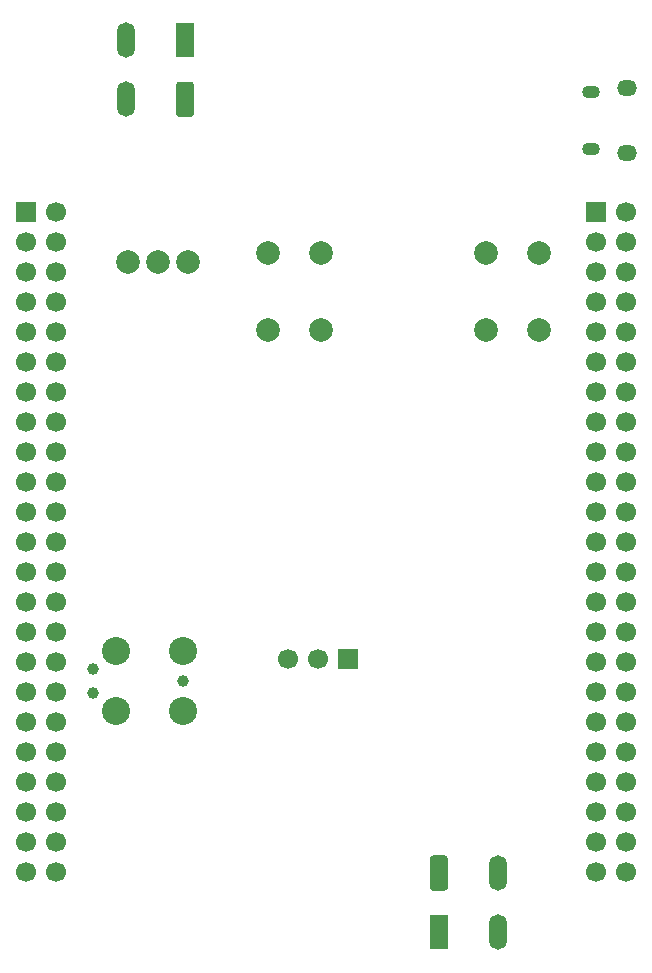
<source format=gbs>
G04 #@! TF.GenerationSoftware,KiCad,Pcbnew,9.0.1+1*
G04 #@! TF.CreationDate,2025-11-20T15:33:24+00:00*
G04 #@! TF.ProjectId,com4bbb,636f6d34-6262-4622-9e6b-696361645f70,rev?*
G04 #@! TF.SameCoordinates,Original*
G04 #@! TF.FileFunction,Soldermask,Bot*
G04 #@! TF.FilePolarity,Negative*
%FSLAX46Y46*%
G04 Gerber Fmt 4.6, Leading zero omitted, Abs format (unit mm)*
G04 Created by KiCad (PCBNEW 9.0.1+1) date 2025-11-20 15:33:24*
%MOMM*%
%LPD*%
G01*
G04 APERTURE LIST*
%ADD10R,1.700000X1.700000*%
%ADD11C,1.700000*%
%ADD12R,1.500000X3.000000*%
%ADD13O,1.500000X3.000000*%
%ADD14C,2.000000*%
%ADD15C,2.374900*%
%ADD16C,0.990600*%
%ADD17O,1.700000X1.350000*%
%ADD18O,1.500000X1.100000*%
G04 APERTURE END LIST*
D10*
X164630100Y-62382400D03*
D11*
X167170100Y-62382400D03*
X164630100Y-64922400D03*
X167170100Y-64922400D03*
X164630100Y-67462400D03*
X167170100Y-67462400D03*
X164630100Y-70002400D03*
X167170100Y-70002400D03*
X164630100Y-72542400D03*
X167170100Y-72542400D03*
X164630100Y-75082400D03*
X167170100Y-75082400D03*
X164630100Y-77622400D03*
X167170100Y-77622400D03*
X164630100Y-80162400D03*
X167170100Y-80162400D03*
X164630100Y-82702400D03*
X167170100Y-82702400D03*
X164630100Y-85242400D03*
X167170100Y-85242400D03*
X164630100Y-87782400D03*
X167170100Y-87782400D03*
X164630100Y-90322400D03*
X167170100Y-90322400D03*
X164630100Y-92862400D03*
X167170100Y-92862400D03*
X164630100Y-95402400D03*
X167170100Y-95402400D03*
X164630100Y-97942400D03*
X167170100Y-97942400D03*
X164630100Y-100482400D03*
X167170100Y-100482400D03*
X164630100Y-103022400D03*
X167170100Y-103022400D03*
X164630100Y-105562400D03*
X167170100Y-105562400D03*
X164630100Y-108102400D03*
X167170100Y-108102400D03*
X164630100Y-110642400D03*
X167170100Y-110642400D03*
X164630100Y-113182400D03*
X167170100Y-113182400D03*
X164630100Y-115722400D03*
X167170100Y-115722400D03*
X164630100Y-118262400D03*
X167170100Y-118262400D03*
D10*
X116370100Y-62382400D03*
D11*
X118910100Y-62382400D03*
X116370100Y-64922400D03*
X118910100Y-64922400D03*
X116370100Y-67462400D03*
X118910100Y-67462400D03*
X116370100Y-70002400D03*
X118910100Y-70002400D03*
X116370100Y-72542400D03*
X118910100Y-72542400D03*
X116370100Y-75082400D03*
X118910100Y-75082400D03*
X116370100Y-77622400D03*
X118910100Y-77622400D03*
X116370100Y-80162400D03*
X118910100Y-80162400D03*
X116370100Y-82702400D03*
X118910100Y-82702400D03*
X116370100Y-85242400D03*
X118910100Y-85242400D03*
X116370100Y-87782400D03*
X118910100Y-87782400D03*
X116370100Y-90322400D03*
X118910100Y-90322400D03*
X116370100Y-92862400D03*
X118910100Y-92862400D03*
X116370100Y-95402400D03*
X118910100Y-95402400D03*
X116370100Y-97942400D03*
X118910100Y-97942400D03*
X116370100Y-100482400D03*
X118910100Y-100482400D03*
X116370100Y-103022400D03*
X118910100Y-103022400D03*
X116370100Y-105562400D03*
X118910100Y-105562400D03*
X116370100Y-108102400D03*
X118910100Y-108102400D03*
X116370100Y-110642400D03*
X118910100Y-110642400D03*
X116370100Y-113182400D03*
X118910100Y-113182400D03*
X116370100Y-115722400D03*
X118910100Y-115722400D03*
X116370100Y-118262400D03*
X118910100Y-118262400D03*
G36*
G01*
X150620100Y-119632399D02*
X150620100Y-117132401D01*
G75*
G02*
X150870101Y-116882400I250001J0D01*
G01*
X151870099Y-116882400D01*
G75*
G02*
X152120100Y-117132401I0J-250001D01*
G01*
X152120100Y-119632399D01*
G75*
G02*
X151870099Y-119882400I-250001J0D01*
G01*
X150870101Y-119882400D01*
G75*
G02*
X150620100Y-119632399I0J250001D01*
G01*
G37*
D12*
X151370100Y-123382400D03*
D13*
X156370100Y-118382400D03*
X156370100Y-123382400D03*
D14*
X155370100Y-72382400D03*
X155370100Y-65882400D03*
X159870100Y-72382400D03*
X159870100Y-65882400D03*
X136870100Y-72382400D03*
X136870100Y-65882400D03*
X141370100Y-72382400D03*
X141370100Y-65882400D03*
G36*
G01*
X130620100Y-51632401D02*
X130620100Y-54132399D01*
G75*
G02*
X130370099Y-54382400I-250001J0D01*
G01*
X129370101Y-54382400D01*
G75*
G02*
X129120100Y-54132399I0J250001D01*
G01*
X129120100Y-51632401D01*
G75*
G02*
X129370101Y-51382400I250001J0D01*
G01*
X130370099Y-51382400D01*
G75*
G02*
X130620100Y-51632401I0J-250001D01*
G01*
G37*
D12*
X129870100Y-47882400D03*
D13*
X124870100Y-52882400D03*
X124870100Y-47882400D03*
D14*
X130160100Y-66632400D03*
X127620100Y-66632400D03*
X125080100Y-66632400D03*
D15*
X129740100Y-104688400D03*
D16*
X129740100Y-102148400D03*
D15*
X129740100Y-99608400D03*
X124025100Y-104688400D03*
X124025100Y-99608400D03*
D16*
X122120100Y-103164400D03*
X122120100Y-101132400D03*
D17*
X167250100Y-57412400D03*
D18*
X164250100Y-57102400D03*
X164250100Y-52262400D03*
D17*
X167250100Y-51952400D03*
D10*
X143670100Y-100282400D03*
D11*
X141130100Y-100282400D03*
X138590100Y-100282400D03*
M02*

</source>
